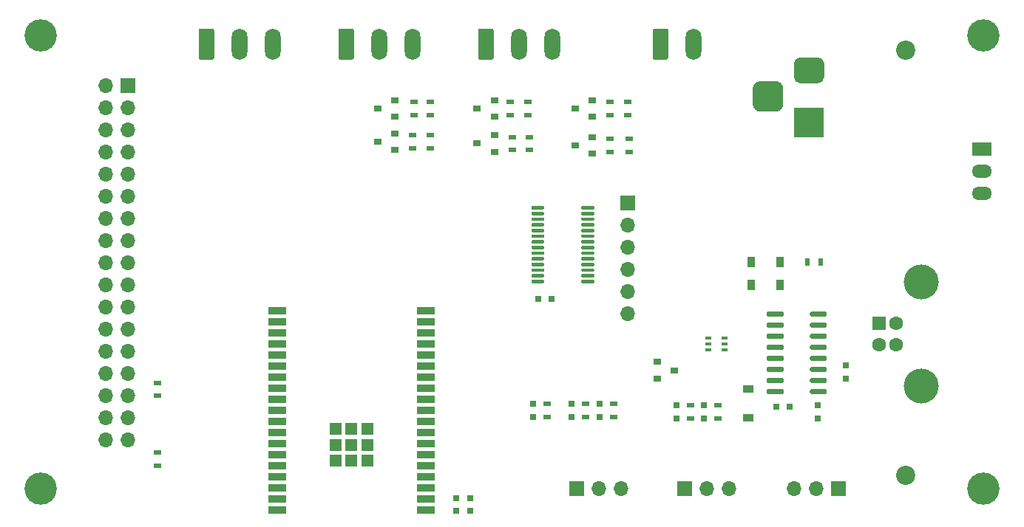
<source format=gts>
G04 #@! TF.GenerationSoftware,KiCad,Pcbnew,(5.1.9)-1*
G04 #@! TF.CreationDate,2021-04-20T11:25:04+02:00*
G04 #@! TF.ProjectId,esp32-kaemmerlein-light-control,65737033-322d-46b6-9165-6d6d65726c65,rev?*
G04 #@! TF.SameCoordinates,Original*
G04 #@! TF.FileFunction,Soldermask,Top*
G04 #@! TF.FilePolarity,Negative*
%FSLAX46Y46*%
G04 Gerber Fmt 4.6, Leading zero omitted, Abs format (unit mm)*
G04 Created by KiCad (PCBNEW (5.1.9)-1) date 2021-04-20 11:25:04*
%MOMM*%
%LPD*%
G01*
G04 APERTURE LIST*
%ADD10O,1.700000X1.700000*%
%ADD11R,1.700000X1.700000*%
%ADD12C,3.700000*%
%ADD13C,2.200000*%
%ADD14O,2.300000X1.500000*%
%ADD15R,2.300000X1.500000*%
%ADD16R,1.320800X1.320800*%
%ADD17R,2.006600X0.889000*%
%ADD18R,0.900000X0.500000*%
%ADD19R,0.500000X0.900000*%
%ADD20R,0.900000X0.800000*%
%ADD21R,0.650000X0.400000*%
%ADD22O,1.800000X3.600000*%
%ADD23R,3.500000X3.500000*%
%ADD24C,4.000000*%
%ADD25C,1.600000*%
%ADD26R,1.600000X1.600000*%
%ADD27R,1.200000X0.900000*%
%ADD28R,0.900000X1.200000*%
%ADD29R,0.800000X0.750000*%
%ADD30R,0.750000X0.800000*%
G04 APERTURE END LIST*
D10*
X113200000Y-125900000D03*
X113200000Y-123360000D03*
X113200000Y-120820000D03*
X113200000Y-118280000D03*
X113200000Y-115740000D03*
D11*
X113200000Y-113200000D03*
D12*
X46000000Y-146000000D03*
X46000000Y-94000000D03*
X154000000Y-146000000D03*
X154000000Y-94000000D03*
D13*
X145100000Y-144500000D03*
X145100000Y-95700000D03*
G36*
G01*
X103675000Y-122125000D02*
X103675000Y-122325000D01*
G75*
G02*
X103575000Y-122425000I-100000J0D01*
G01*
X102300000Y-122425000D01*
G75*
G02*
X102200000Y-122325000I0J100000D01*
G01*
X102200000Y-122125000D01*
G75*
G02*
X102300000Y-122025000I100000J0D01*
G01*
X103575000Y-122025000D01*
G75*
G02*
X103675000Y-122125000I0J-100000D01*
G01*
G37*
G36*
G01*
X103675000Y-121475000D02*
X103675000Y-121675000D01*
G75*
G02*
X103575000Y-121775000I-100000J0D01*
G01*
X102300000Y-121775000D01*
G75*
G02*
X102200000Y-121675000I0J100000D01*
G01*
X102200000Y-121475000D01*
G75*
G02*
X102300000Y-121375000I100000J0D01*
G01*
X103575000Y-121375000D01*
G75*
G02*
X103675000Y-121475000I0J-100000D01*
G01*
G37*
G36*
G01*
X103675000Y-120825000D02*
X103675000Y-121025000D01*
G75*
G02*
X103575000Y-121125000I-100000J0D01*
G01*
X102300000Y-121125000D01*
G75*
G02*
X102200000Y-121025000I0J100000D01*
G01*
X102200000Y-120825000D01*
G75*
G02*
X102300000Y-120725000I100000J0D01*
G01*
X103575000Y-120725000D01*
G75*
G02*
X103675000Y-120825000I0J-100000D01*
G01*
G37*
G36*
G01*
X103675000Y-120175000D02*
X103675000Y-120375000D01*
G75*
G02*
X103575000Y-120475000I-100000J0D01*
G01*
X102300000Y-120475000D01*
G75*
G02*
X102200000Y-120375000I0J100000D01*
G01*
X102200000Y-120175000D01*
G75*
G02*
X102300000Y-120075000I100000J0D01*
G01*
X103575000Y-120075000D01*
G75*
G02*
X103675000Y-120175000I0J-100000D01*
G01*
G37*
G36*
G01*
X103675000Y-119525000D02*
X103675000Y-119725000D01*
G75*
G02*
X103575000Y-119825000I-100000J0D01*
G01*
X102300000Y-119825000D01*
G75*
G02*
X102200000Y-119725000I0J100000D01*
G01*
X102200000Y-119525000D01*
G75*
G02*
X102300000Y-119425000I100000J0D01*
G01*
X103575000Y-119425000D01*
G75*
G02*
X103675000Y-119525000I0J-100000D01*
G01*
G37*
G36*
G01*
X103675000Y-118875000D02*
X103675000Y-119075000D01*
G75*
G02*
X103575000Y-119175000I-100000J0D01*
G01*
X102300000Y-119175000D01*
G75*
G02*
X102200000Y-119075000I0J100000D01*
G01*
X102200000Y-118875000D01*
G75*
G02*
X102300000Y-118775000I100000J0D01*
G01*
X103575000Y-118775000D01*
G75*
G02*
X103675000Y-118875000I0J-100000D01*
G01*
G37*
G36*
G01*
X103675000Y-118225000D02*
X103675000Y-118425000D01*
G75*
G02*
X103575000Y-118525000I-100000J0D01*
G01*
X102300000Y-118525000D01*
G75*
G02*
X102200000Y-118425000I0J100000D01*
G01*
X102200000Y-118225000D01*
G75*
G02*
X102300000Y-118125000I100000J0D01*
G01*
X103575000Y-118125000D01*
G75*
G02*
X103675000Y-118225000I0J-100000D01*
G01*
G37*
G36*
G01*
X103675000Y-117575000D02*
X103675000Y-117775000D01*
G75*
G02*
X103575000Y-117875000I-100000J0D01*
G01*
X102300000Y-117875000D01*
G75*
G02*
X102200000Y-117775000I0J100000D01*
G01*
X102200000Y-117575000D01*
G75*
G02*
X102300000Y-117475000I100000J0D01*
G01*
X103575000Y-117475000D01*
G75*
G02*
X103675000Y-117575000I0J-100000D01*
G01*
G37*
G36*
G01*
X103675000Y-116925000D02*
X103675000Y-117125000D01*
G75*
G02*
X103575000Y-117225000I-100000J0D01*
G01*
X102300000Y-117225000D01*
G75*
G02*
X102200000Y-117125000I0J100000D01*
G01*
X102200000Y-116925000D01*
G75*
G02*
X102300000Y-116825000I100000J0D01*
G01*
X103575000Y-116825000D01*
G75*
G02*
X103675000Y-116925000I0J-100000D01*
G01*
G37*
G36*
G01*
X103675000Y-116275000D02*
X103675000Y-116475000D01*
G75*
G02*
X103575000Y-116575000I-100000J0D01*
G01*
X102300000Y-116575000D01*
G75*
G02*
X102200000Y-116475000I0J100000D01*
G01*
X102200000Y-116275000D01*
G75*
G02*
X102300000Y-116175000I100000J0D01*
G01*
X103575000Y-116175000D01*
G75*
G02*
X103675000Y-116275000I0J-100000D01*
G01*
G37*
G36*
G01*
X103675000Y-115625000D02*
X103675000Y-115825000D01*
G75*
G02*
X103575000Y-115925000I-100000J0D01*
G01*
X102300000Y-115925000D01*
G75*
G02*
X102200000Y-115825000I0J100000D01*
G01*
X102200000Y-115625000D01*
G75*
G02*
X102300000Y-115525000I100000J0D01*
G01*
X103575000Y-115525000D01*
G75*
G02*
X103675000Y-115625000I0J-100000D01*
G01*
G37*
G36*
G01*
X103675000Y-114975000D02*
X103675000Y-115175000D01*
G75*
G02*
X103575000Y-115275000I-100000J0D01*
G01*
X102300000Y-115275000D01*
G75*
G02*
X102200000Y-115175000I0J100000D01*
G01*
X102200000Y-114975000D01*
G75*
G02*
X102300000Y-114875000I100000J0D01*
G01*
X103575000Y-114875000D01*
G75*
G02*
X103675000Y-114975000I0J-100000D01*
G01*
G37*
G36*
G01*
X103675000Y-114325000D02*
X103675000Y-114525000D01*
G75*
G02*
X103575000Y-114625000I-100000J0D01*
G01*
X102300000Y-114625000D01*
G75*
G02*
X102200000Y-114525000I0J100000D01*
G01*
X102200000Y-114325000D01*
G75*
G02*
X102300000Y-114225000I100000J0D01*
G01*
X103575000Y-114225000D01*
G75*
G02*
X103675000Y-114325000I0J-100000D01*
G01*
G37*
G36*
G01*
X103675000Y-113675000D02*
X103675000Y-113875000D01*
G75*
G02*
X103575000Y-113975000I-100000J0D01*
G01*
X102300000Y-113975000D01*
G75*
G02*
X102200000Y-113875000I0J100000D01*
G01*
X102200000Y-113675000D01*
G75*
G02*
X102300000Y-113575000I100000J0D01*
G01*
X103575000Y-113575000D01*
G75*
G02*
X103675000Y-113675000I0J-100000D01*
G01*
G37*
G36*
G01*
X109400000Y-113675000D02*
X109400000Y-113875000D01*
G75*
G02*
X109300000Y-113975000I-100000J0D01*
G01*
X108025000Y-113975000D01*
G75*
G02*
X107925000Y-113875000I0J100000D01*
G01*
X107925000Y-113675000D01*
G75*
G02*
X108025000Y-113575000I100000J0D01*
G01*
X109300000Y-113575000D01*
G75*
G02*
X109400000Y-113675000I0J-100000D01*
G01*
G37*
G36*
G01*
X109400000Y-114325000D02*
X109400000Y-114525000D01*
G75*
G02*
X109300000Y-114625000I-100000J0D01*
G01*
X108025000Y-114625000D01*
G75*
G02*
X107925000Y-114525000I0J100000D01*
G01*
X107925000Y-114325000D01*
G75*
G02*
X108025000Y-114225000I100000J0D01*
G01*
X109300000Y-114225000D01*
G75*
G02*
X109400000Y-114325000I0J-100000D01*
G01*
G37*
G36*
G01*
X109400000Y-114975000D02*
X109400000Y-115175000D01*
G75*
G02*
X109300000Y-115275000I-100000J0D01*
G01*
X108025000Y-115275000D01*
G75*
G02*
X107925000Y-115175000I0J100000D01*
G01*
X107925000Y-114975000D01*
G75*
G02*
X108025000Y-114875000I100000J0D01*
G01*
X109300000Y-114875000D01*
G75*
G02*
X109400000Y-114975000I0J-100000D01*
G01*
G37*
G36*
G01*
X109400000Y-115625000D02*
X109400000Y-115825000D01*
G75*
G02*
X109300000Y-115925000I-100000J0D01*
G01*
X108025000Y-115925000D01*
G75*
G02*
X107925000Y-115825000I0J100000D01*
G01*
X107925000Y-115625000D01*
G75*
G02*
X108025000Y-115525000I100000J0D01*
G01*
X109300000Y-115525000D01*
G75*
G02*
X109400000Y-115625000I0J-100000D01*
G01*
G37*
G36*
G01*
X109400000Y-116275000D02*
X109400000Y-116475000D01*
G75*
G02*
X109300000Y-116575000I-100000J0D01*
G01*
X108025000Y-116575000D01*
G75*
G02*
X107925000Y-116475000I0J100000D01*
G01*
X107925000Y-116275000D01*
G75*
G02*
X108025000Y-116175000I100000J0D01*
G01*
X109300000Y-116175000D01*
G75*
G02*
X109400000Y-116275000I0J-100000D01*
G01*
G37*
G36*
G01*
X109400000Y-116925000D02*
X109400000Y-117125000D01*
G75*
G02*
X109300000Y-117225000I-100000J0D01*
G01*
X108025000Y-117225000D01*
G75*
G02*
X107925000Y-117125000I0J100000D01*
G01*
X107925000Y-116925000D01*
G75*
G02*
X108025000Y-116825000I100000J0D01*
G01*
X109300000Y-116825000D01*
G75*
G02*
X109400000Y-116925000I0J-100000D01*
G01*
G37*
G36*
G01*
X109400000Y-117575000D02*
X109400000Y-117775000D01*
G75*
G02*
X109300000Y-117875000I-100000J0D01*
G01*
X108025000Y-117875000D01*
G75*
G02*
X107925000Y-117775000I0J100000D01*
G01*
X107925000Y-117575000D01*
G75*
G02*
X108025000Y-117475000I100000J0D01*
G01*
X109300000Y-117475000D01*
G75*
G02*
X109400000Y-117575000I0J-100000D01*
G01*
G37*
G36*
G01*
X109400000Y-118225000D02*
X109400000Y-118425000D01*
G75*
G02*
X109300000Y-118525000I-100000J0D01*
G01*
X108025000Y-118525000D01*
G75*
G02*
X107925000Y-118425000I0J100000D01*
G01*
X107925000Y-118225000D01*
G75*
G02*
X108025000Y-118125000I100000J0D01*
G01*
X109300000Y-118125000D01*
G75*
G02*
X109400000Y-118225000I0J-100000D01*
G01*
G37*
G36*
G01*
X109400000Y-118875000D02*
X109400000Y-119075000D01*
G75*
G02*
X109300000Y-119175000I-100000J0D01*
G01*
X108025000Y-119175000D01*
G75*
G02*
X107925000Y-119075000I0J100000D01*
G01*
X107925000Y-118875000D01*
G75*
G02*
X108025000Y-118775000I100000J0D01*
G01*
X109300000Y-118775000D01*
G75*
G02*
X109400000Y-118875000I0J-100000D01*
G01*
G37*
G36*
G01*
X109400000Y-119525000D02*
X109400000Y-119725000D01*
G75*
G02*
X109300000Y-119825000I-100000J0D01*
G01*
X108025000Y-119825000D01*
G75*
G02*
X107925000Y-119725000I0J100000D01*
G01*
X107925000Y-119525000D01*
G75*
G02*
X108025000Y-119425000I100000J0D01*
G01*
X109300000Y-119425000D01*
G75*
G02*
X109400000Y-119525000I0J-100000D01*
G01*
G37*
G36*
G01*
X109400000Y-120175000D02*
X109400000Y-120375000D01*
G75*
G02*
X109300000Y-120475000I-100000J0D01*
G01*
X108025000Y-120475000D01*
G75*
G02*
X107925000Y-120375000I0J100000D01*
G01*
X107925000Y-120175000D01*
G75*
G02*
X108025000Y-120075000I100000J0D01*
G01*
X109300000Y-120075000D01*
G75*
G02*
X109400000Y-120175000I0J-100000D01*
G01*
G37*
G36*
G01*
X109400000Y-120825000D02*
X109400000Y-121025000D01*
G75*
G02*
X109300000Y-121125000I-100000J0D01*
G01*
X108025000Y-121125000D01*
G75*
G02*
X107925000Y-121025000I0J100000D01*
G01*
X107925000Y-120825000D01*
G75*
G02*
X108025000Y-120725000I100000J0D01*
G01*
X109300000Y-120725000D01*
G75*
G02*
X109400000Y-120825000I0J-100000D01*
G01*
G37*
G36*
G01*
X109400000Y-121475000D02*
X109400000Y-121675000D01*
G75*
G02*
X109300000Y-121775000I-100000J0D01*
G01*
X108025000Y-121775000D01*
G75*
G02*
X107925000Y-121675000I0J100000D01*
G01*
X107925000Y-121475000D01*
G75*
G02*
X108025000Y-121375000I100000J0D01*
G01*
X109300000Y-121375000D01*
G75*
G02*
X109400000Y-121475000I0J-100000D01*
G01*
G37*
G36*
G01*
X109400000Y-122125000D02*
X109400000Y-122325000D01*
G75*
G02*
X109300000Y-122425000I-100000J0D01*
G01*
X108025000Y-122425000D01*
G75*
G02*
X107925000Y-122325000I0J100000D01*
G01*
X107925000Y-122125000D01*
G75*
G02*
X108025000Y-122025000I100000J0D01*
G01*
X109300000Y-122025000D01*
G75*
G02*
X109400000Y-122125000I0J-100000D01*
G01*
G37*
D14*
X153800000Y-112080000D03*
X153800000Y-109540000D03*
D15*
X153800000Y-107000000D03*
D16*
X79765104Y-139122811D03*
X81600000Y-139122811D03*
X83434896Y-139122811D03*
X79765104Y-142802789D03*
X81600000Y-142802789D03*
X83434896Y-142802789D03*
X79765000Y-140962940D03*
X81600000Y-140962940D03*
X83435000Y-140962940D03*
D17*
X73099999Y-125602798D03*
X73099999Y-126872798D03*
X73099999Y-128142798D03*
X73099999Y-129412798D03*
X73099999Y-130682798D03*
X73099999Y-131952798D03*
X73099999Y-133222798D03*
X73099999Y-134492798D03*
X73099999Y-135762798D03*
X73099999Y-137032798D03*
X73099999Y-138302798D03*
X73099999Y-139572798D03*
X73099999Y-140842798D03*
X73099999Y-142112798D03*
X73099999Y-143382798D03*
X73099999Y-144652798D03*
X73099999Y-145922798D03*
X73099999Y-147192798D03*
X73099999Y-148462798D03*
X90100001Y-125602798D03*
X90100001Y-126872798D03*
X90100001Y-128142798D03*
X90100001Y-129412798D03*
X90100001Y-130682798D03*
X90100001Y-131952798D03*
X90100001Y-133222798D03*
X90100001Y-134492798D03*
X90100001Y-135762798D03*
X90100001Y-137032798D03*
X90100001Y-138302798D03*
X90100001Y-139572798D03*
X90100001Y-140842798D03*
X90100001Y-142112798D03*
X90100001Y-143382798D03*
X90100001Y-144652798D03*
X90100001Y-145922798D03*
X90100001Y-147192798D03*
X90100001Y-148462798D03*
G36*
G01*
X131100000Y-134695000D02*
X131100000Y-134995000D01*
G75*
G02*
X130950000Y-135145000I-150000J0D01*
G01*
X129300000Y-135145000D01*
G75*
G02*
X129150000Y-134995000I0J150000D01*
G01*
X129150000Y-134695000D01*
G75*
G02*
X129300000Y-134545000I150000J0D01*
G01*
X130950000Y-134545000D01*
G75*
G02*
X131100000Y-134695000I0J-150000D01*
G01*
G37*
G36*
G01*
X131100000Y-133425000D02*
X131100000Y-133725000D01*
G75*
G02*
X130950000Y-133875000I-150000J0D01*
G01*
X129300000Y-133875000D01*
G75*
G02*
X129150000Y-133725000I0J150000D01*
G01*
X129150000Y-133425000D01*
G75*
G02*
X129300000Y-133275000I150000J0D01*
G01*
X130950000Y-133275000D01*
G75*
G02*
X131100000Y-133425000I0J-150000D01*
G01*
G37*
G36*
G01*
X131100000Y-132155000D02*
X131100000Y-132455000D01*
G75*
G02*
X130950000Y-132605000I-150000J0D01*
G01*
X129300000Y-132605000D01*
G75*
G02*
X129150000Y-132455000I0J150000D01*
G01*
X129150000Y-132155000D01*
G75*
G02*
X129300000Y-132005000I150000J0D01*
G01*
X130950000Y-132005000D01*
G75*
G02*
X131100000Y-132155000I0J-150000D01*
G01*
G37*
G36*
G01*
X131100000Y-130885000D02*
X131100000Y-131185000D01*
G75*
G02*
X130950000Y-131335000I-150000J0D01*
G01*
X129300000Y-131335000D01*
G75*
G02*
X129150000Y-131185000I0J150000D01*
G01*
X129150000Y-130885000D01*
G75*
G02*
X129300000Y-130735000I150000J0D01*
G01*
X130950000Y-130735000D01*
G75*
G02*
X131100000Y-130885000I0J-150000D01*
G01*
G37*
G36*
G01*
X131100000Y-129615000D02*
X131100000Y-129915000D01*
G75*
G02*
X130950000Y-130065000I-150000J0D01*
G01*
X129300000Y-130065000D01*
G75*
G02*
X129150000Y-129915000I0J150000D01*
G01*
X129150000Y-129615000D01*
G75*
G02*
X129300000Y-129465000I150000J0D01*
G01*
X130950000Y-129465000D01*
G75*
G02*
X131100000Y-129615000I0J-150000D01*
G01*
G37*
G36*
G01*
X131100000Y-128345000D02*
X131100000Y-128645000D01*
G75*
G02*
X130950000Y-128795000I-150000J0D01*
G01*
X129300000Y-128795000D01*
G75*
G02*
X129150000Y-128645000I0J150000D01*
G01*
X129150000Y-128345000D01*
G75*
G02*
X129300000Y-128195000I150000J0D01*
G01*
X130950000Y-128195000D01*
G75*
G02*
X131100000Y-128345000I0J-150000D01*
G01*
G37*
G36*
G01*
X131100000Y-127075000D02*
X131100000Y-127375000D01*
G75*
G02*
X130950000Y-127525000I-150000J0D01*
G01*
X129300000Y-127525000D01*
G75*
G02*
X129150000Y-127375000I0J150000D01*
G01*
X129150000Y-127075000D01*
G75*
G02*
X129300000Y-126925000I150000J0D01*
G01*
X130950000Y-126925000D01*
G75*
G02*
X131100000Y-127075000I0J-150000D01*
G01*
G37*
G36*
G01*
X131100000Y-125805000D02*
X131100000Y-126105000D01*
G75*
G02*
X130950000Y-126255000I-150000J0D01*
G01*
X129300000Y-126255000D01*
G75*
G02*
X129150000Y-126105000I0J150000D01*
G01*
X129150000Y-125805000D01*
G75*
G02*
X129300000Y-125655000I150000J0D01*
G01*
X130950000Y-125655000D01*
G75*
G02*
X131100000Y-125805000I0J-150000D01*
G01*
G37*
G36*
G01*
X136050000Y-125805000D02*
X136050000Y-126105000D01*
G75*
G02*
X135900000Y-126255000I-150000J0D01*
G01*
X134250000Y-126255000D01*
G75*
G02*
X134100000Y-126105000I0J150000D01*
G01*
X134100000Y-125805000D01*
G75*
G02*
X134250000Y-125655000I150000J0D01*
G01*
X135900000Y-125655000D01*
G75*
G02*
X136050000Y-125805000I0J-150000D01*
G01*
G37*
G36*
G01*
X136050000Y-127075000D02*
X136050000Y-127375000D01*
G75*
G02*
X135900000Y-127525000I-150000J0D01*
G01*
X134250000Y-127525000D01*
G75*
G02*
X134100000Y-127375000I0J150000D01*
G01*
X134100000Y-127075000D01*
G75*
G02*
X134250000Y-126925000I150000J0D01*
G01*
X135900000Y-126925000D01*
G75*
G02*
X136050000Y-127075000I0J-150000D01*
G01*
G37*
G36*
G01*
X136050000Y-128345000D02*
X136050000Y-128645000D01*
G75*
G02*
X135900000Y-128795000I-150000J0D01*
G01*
X134250000Y-128795000D01*
G75*
G02*
X134100000Y-128645000I0J150000D01*
G01*
X134100000Y-128345000D01*
G75*
G02*
X134250000Y-128195000I150000J0D01*
G01*
X135900000Y-128195000D01*
G75*
G02*
X136050000Y-128345000I0J-150000D01*
G01*
G37*
G36*
G01*
X136050000Y-129615000D02*
X136050000Y-129915000D01*
G75*
G02*
X135900000Y-130065000I-150000J0D01*
G01*
X134250000Y-130065000D01*
G75*
G02*
X134100000Y-129915000I0J150000D01*
G01*
X134100000Y-129615000D01*
G75*
G02*
X134250000Y-129465000I150000J0D01*
G01*
X135900000Y-129465000D01*
G75*
G02*
X136050000Y-129615000I0J-150000D01*
G01*
G37*
G36*
G01*
X136050000Y-130885000D02*
X136050000Y-131185000D01*
G75*
G02*
X135900000Y-131335000I-150000J0D01*
G01*
X134250000Y-131335000D01*
G75*
G02*
X134100000Y-131185000I0J150000D01*
G01*
X134100000Y-130885000D01*
G75*
G02*
X134250000Y-130735000I150000J0D01*
G01*
X135900000Y-130735000D01*
G75*
G02*
X136050000Y-130885000I0J-150000D01*
G01*
G37*
G36*
G01*
X136050000Y-132155000D02*
X136050000Y-132455000D01*
G75*
G02*
X135900000Y-132605000I-150000J0D01*
G01*
X134250000Y-132605000D01*
G75*
G02*
X134100000Y-132455000I0J150000D01*
G01*
X134100000Y-132155000D01*
G75*
G02*
X134250000Y-132005000I150000J0D01*
G01*
X135900000Y-132005000D01*
G75*
G02*
X136050000Y-132155000I0J-150000D01*
G01*
G37*
G36*
G01*
X136050000Y-133425000D02*
X136050000Y-133725000D01*
G75*
G02*
X135900000Y-133875000I-150000J0D01*
G01*
X134250000Y-133875000D01*
G75*
G02*
X134100000Y-133725000I0J150000D01*
G01*
X134100000Y-133425000D01*
G75*
G02*
X134250000Y-133275000I150000J0D01*
G01*
X135900000Y-133275000D01*
G75*
G02*
X136050000Y-133425000I0J-150000D01*
G01*
G37*
G36*
G01*
X136050000Y-134695000D02*
X136050000Y-134995000D01*
G75*
G02*
X135900000Y-135145000I-150000J0D01*
G01*
X134250000Y-135145000D01*
G75*
G02*
X134100000Y-134995000I0J150000D01*
G01*
X134100000Y-134695000D01*
G75*
G02*
X134250000Y-134545000I150000J0D01*
G01*
X135900000Y-134545000D01*
G75*
G02*
X136050000Y-134695000I0J-150000D01*
G01*
G37*
D18*
X111200000Y-105850000D03*
X111200000Y-107350000D03*
X113400000Y-105850000D03*
X113400000Y-107350000D03*
X88600000Y-105450000D03*
X88600000Y-106950000D03*
X90600000Y-105450000D03*
X90600000Y-106950000D03*
X100000000Y-105650000D03*
X100000000Y-107150000D03*
X102000000Y-105650000D03*
X102000000Y-107150000D03*
X111200000Y-101650000D03*
X111200000Y-103150000D03*
X113200000Y-101650000D03*
X113200000Y-103150000D03*
X88800000Y-101650000D03*
X88800000Y-103150000D03*
X90600000Y-101650000D03*
X90600000Y-103150000D03*
X99800000Y-101650000D03*
X99800000Y-103150000D03*
X101800000Y-101650000D03*
X101800000Y-103150000D03*
X111600000Y-136250000D03*
X111600000Y-137750000D03*
X108400000Y-136250000D03*
X108400000Y-137750000D03*
D19*
X135350000Y-120000000D03*
X133850000Y-120000000D03*
D18*
X123600000Y-136450000D03*
X123600000Y-137950000D03*
X120400000Y-136450000D03*
X120400000Y-137950000D03*
X104000000Y-136250000D03*
X104000000Y-137750000D03*
X59400000Y-141850000D03*
X59400000Y-143350000D03*
X59400000Y-133850000D03*
X59400000Y-135350000D03*
D20*
X107200000Y-106600000D03*
X109200000Y-105650000D03*
X109200000Y-107550000D03*
X84600000Y-106200000D03*
X86600000Y-105250000D03*
X86600000Y-107150000D03*
X96000000Y-106400000D03*
X98000000Y-105450000D03*
X98000000Y-107350000D03*
X107200000Y-102400000D03*
X109200000Y-101450000D03*
X109200000Y-103350000D03*
X84600000Y-102400000D03*
X86600000Y-101450000D03*
X86600000Y-103350000D03*
X96000000Y-102400000D03*
X98000000Y-101450000D03*
X98000000Y-103350000D03*
D21*
X122450000Y-130050000D03*
X122450000Y-128750000D03*
X124350000Y-129400000D03*
X122450000Y-129400000D03*
X124350000Y-128750000D03*
X124350000Y-130050000D03*
D22*
X104620000Y-95000000D03*
X100810000Y-95000000D03*
G36*
G01*
X96100000Y-96550000D02*
X96100000Y-93450000D01*
G75*
G02*
X96350000Y-93200000I250000J0D01*
G01*
X97650000Y-93200000D01*
G75*
G02*
X97900000Y-93450000I0J-250000D01*
G01*
X97900000Y-96550000D01*
G75*
G02*
X97650000Y-96800000I-250000J0D01*
G01*
X96350000Y-96800000D01*
G75*
G02*
X96100000Y-96550000I0J250000D01*
G01*
G37*
X72620000Y-95000000D03*
X68810000Y-95000000D03*
G36*
G01*
X64100000Y-96550000D02*
X64100000Y-93450000D01*
G75*
G02*
X64350000Y-93200000I250000J0D01*
G01*
X65650000Y-93200000D01*
G75*
G02*
X65900000Y-93450000I0J-250000D01*
G01*
X65900000Y-96550000D01*
G75*
G02*
X65650000Y-96800000I-250000J0D01*
G01*
X64350000Y-96800000D01*
G75*
G02*
X64100000Y-96550000I0J250000D01*
G01*
G37*
X88620000Y-95000000D03*
X84810000Y-95000000D03*
G36*
G01*
X80100000Y-96550000D02*
X80100000Y-93450000D01*
G75*
G02*
X80350000Y-93200000I250000J0D01*
G01*
X81650000Y-93200000D01*
G75*
G02*
X81900000Y-93450000I0J-250000D01*
G01*
X81900000Y-96550000D01*
G75*
G02*
X81650000Y-96800000I-250000J0D01*
G01*
X80350000Y-96800000D01*
G75*
G02*
X80100000Y-96550000I0J250000D01*
G01*
G37*
D10*
X124880000Y-146000000D03*
X122340000Y-146000000D03*
D11*
X119800000Y-146000000D03*
D10*
X112480000Y-146000000D03*
X109940000Y-146000000D03*
D11*
X107400000Y-146000000D03*
G36*
G01*
X128425000Y-99250000D02*
X130175000Y-99250000D01*
G75*
G02*
X131050000Y-100125000I0J-875000D01*
G01*
X131050000Y-101875000D01*
G75*
G02*
X130175000Y-102750000I-875000J0D01*
G01*
X128425000Y-102750000D01*
G75*
G02*
X127550000Y-101875000I0J875000D01*
G01*
X127550000Y-100125000D01*
G75*
G02*
X128425000Y-99250000I875000J0D01*
G01*
G37*
G36*
G01*
X133000000Y-96500000D02*
X135000000Y-96500000D01*
G75*
G02*
X135750000Y-97250000I0J-750000D01*
G01*
X135750000Y-98750000D01*
G75*
G02*
X135000000Y-99500000I-750000J0D01*
G01*
X133000000Y-99500000D01*
G75*
G02*
X132250000Y-98750000I0J750000D01*
G01*
X132250000Y-97250000D01*
G75*
G02*
X133000000Y-96500000I750000J0D01*
G01*
G37*
D23*
X134000000Y-104000000D03*
D10*
X53460000Y-140440000D03*
X56000000Y-140440000D03*
X53460000Y-137900000D03*
X56000000Y-137900000D03*
X53460000Y-135360000D03*
X56000000Y-135360000D03*
X53460000Y-132820000D03*
X56000000Y-132820000D03*
X53460000Y-130280000D03*
X56000000Y-130280000D03*
X53460000Y-127740000D03*
X56000000Y-127740000D03*
X53460000Y-125200000D03*
X56000000Y-125200000D03*
X53460000Y-122660000D03*
X56000000Y-122660000D03*
X53460000Y-120120000D03*
X56000000Y-120120000D03*
X53460000Y-117580000D03*
X56000000Y-117580000D03*
X53460000Y-115040000D03*
X56000000Y-115040000D03*
X53460000Y-112500000D03*
X56000000Y-112500000D03*
X53460000Y-109960000D03*
X56000000Y-109960000D03*
X53460000Y-107420000D03*
X56000000Y-107420000D03*
X53460000Y-104880000D03*
X56000000Y-104880000D03*
X53460000Y-102340000D03*
X56000000Y-102340000D03*
X53460000Y-99800000D03*
D11*
X56000000Y-99800000D03*
D22*
X120810000Y-95000000D03*
G36*
G01*
X116100000Y-96550000D02*
X116100000Y-93450000D01*
G75*
G02*
X116350000Y-93200000I250000J0D01*
G01*
X117650000Y-93200000D01*
G75*
G02*
X117900000Y-93450000I0J-250000D01*
G01*
X117900000Y-96550000D01*
G75*
G02*
X117650000Y-96800000I-250000J0D01*
G01*
X116350000Y-96800000D01*
G75*
G02*
X116100000Y-96550000I0J250000D01*
G01*
G37*
D10*
X132320000Y-146000000D03*
X134860000Y-146000000D03*
D11*
X137400000Y-146000000D03*
D24*
X146860000Y-122250000D03*
X146860000Y-134250000D03*
D25*
X144000000Y-127000000D03*
X144000000Y-129500000D03*
X142000000Y-129500000D03*
D26*
X142000000Y-127000000D03*
D20*
X118600000Y-132400000D03*
X116600000Y-133350000D03*
X116600000Y-131450000D03*
D27*
X127000000Y-137850000D03*
X127000000Y-134550000D03*
D28*
X127350000Y-120000000D03*
X130650000Y-120000000D03*
X130650000Y-122600000D03*
X127350000Y-122600000D03*
D29*
X103000000Y-124200000D03*
X104500000Y-124200000D03*
D30*
X110000000Y-136250000D03*
X110000000Y-137750000D03*
X106800000Y-136250000D03*
X106800000Y-137750000D03*
X122000000Y-136450000D03*
X122000000Y-137950000D03*
X118800000Y-136450000D03*
X118800000Y-137950000D03*
X138200000Y-133350000D03*
X138200000Y-131850000D03*
X135000000Y-136450000D03*
X135000000Y-137950000D03*
D29*
X131750000Y-136600000D03*
X130250000Y-136600000D03*
D30*
X102400000Y-136250000D03*
X102400000Y-137750000D03*
X95200000Y-148550000D03*
X95200000Y-147050000D03*
X93600000Y-148550000D03*
X93600000Y-147050000D03*
M02*

</source>
